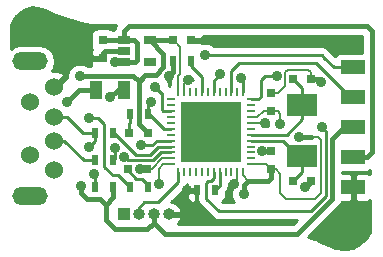
<source format=gtl>
G04 #@! TF.FileFunction,Copper,L1,Top,Signal*
%FSLAX46Y46*%
G04 Gerber Fmt 4.6, Leading zero omitted, Abs format (unit mm)*
G04 Created by KiCad (PCBNEW 4.0.2-stable) date 6/30/2017 10:51:31 AM*
%MOMM*%
G01*
G04 APERTURE LIST*
%ADD10C,0.150000*%
%ADD11R,0.750000X0.800000*%
%ADD12R,0.800000X0.750000*%
%ADD13R,0.800000X0.800000*%
%ADD14R,1.050000X1.600000*%
%ADD15R,1.000000X1.000000*%
%ADD16O,1.000000X1.000000*%
%ADD17R,2.000000X1.200000*%
%ADD18R,0.500000X0.900000*%
%ADD19R,1.060000X0.650000*%
%ADD20R,2.600000X1.900000*%
%ADD21C,1.524000*%
%ADD22O,3.000000X1.500000*%
%ADD23C,1.200000*%
%ADD24C,1.250000*%
%ADD25R,0.700000X0.250000*%
%ADD26R,0.250000X0.700000*%
%ADD27R,5.100000X5.100000*%
%ADD28C,0.889000*%
%ADD29C,0.400000*%
%ADD30C,0.200000*%
%ADD31C,0.254000*%
G04 APERTURE END LIST*
D10*
D11*
X189738000Y-127393000D03*
X189738000Y-128893000D03*
D12*
X195719000Y-127381000D03*
X197219000Y-127381000D03*
X205879000Y-139319000D03*
X207379000Y-139319000D03*
X205879000Y-130683000D03*
X207379000Y-130683000D03*
D11*
X203962000Y-131838000D03*
X203962000Y-133338000D03*
X203962000Y-136791000D03*
X203962000Y-138291000D03*
D13*
X191859000Y-138303000D03*
X193459000Y-138303000D03*
X193586000Y-135255000D03*
X191986000Y-135255000D03*
D14*
X189198000Y-131572000D03*
X191548000Y-131572000D03*
D15*
X191516000Y-142113000D03*
D16*
X192786000Y-142113000D03*
X194056000Y-142113000D03*
X195326000Y-142113000D03*
D17*
X210947000Y-129675000D03*
X210947000Y-132215000D03*
X210947000Y-134755000D03*
X210947000Y-137295000D03*
X210947000Y-139835000D03*
D18*
X193536000Y-133604000D03*
X192036000Y-133604000D03*
X192036000Y-139827000D03*
X193536000Y-139827000D03*
X199251000Y-140081000D03*
X197751000Y-140081000D03*
X197219000Y-129159000D03*
X195719000Y-129159000D03*
X190615000Y-137541000D03*
X189115000Y-137541000D03*
X190615000Y-135255000D03*
X189115000Y-135255000D03*
X190615000Y-139827000D03*
X189115000Y-139827000D03*
D19*
X191559000Y-127320000D03*
X191559000Y-128270000D03*
X191559000Y-129220000D03*
X193759000Y-129220000D03*
X193759000Y-127320000D03*
D20*
X206629000Y-132851000D03*
X206629000Y-137151000D03*
D21*
X185650000Y-133875000D03*
X185650000Y-135875000D03*
X185650000Y-131375000D03*
X185650000Y-138375000D03*
X183550000Y-132625000D03*
X183550000Y-137125000D03*
D22*
X183550000Y-129175000D03*
X183550000Y-140575000D03*
D23*
X200152000Y-133985000D03*
X198882000Y-133985000D03*
X197612000Y-133985000D03*
D24*
X197612000Y-136398000D03*
D23*
X198882000Y-136398000D03*
X200152000Y-136398000D03*
X200152000Y-135128000D03*
X197612000Y-135128000D03*
D25*
X202282000Y-137878000D03*
X202282000Y-137378000D03*
X202282000Y-136878000D03*
X202282000Y-136378000D03*
X202282000Y-135878000D03*
X202282000Y-135378000D03*
X202282000Y-134878000D03*
X202282000Y-134378000D03*
X202282000Y-133878000D03*
X202282000Y-133378000D03*
X202282000Y-132878000D03*
X202282000Y-132378000D03*
D26*
X201632000Y-131728000D03*
X201132000Y-131728000D03*
X200632000Y-131728000D03*
X200132000Y-131728000D03*
X199632000Y-131728000D03*
X199132000Y-131728000D03*
X198632000Y-131728000D03*
X198132000Y-131728000D03*
X197632000Y-131728000D03*
X197132000Y-131728000D03*
X196632000Y-131728000D03*
X196132000Y-131728000D03*
D25*
X195482000Y-132378000D03*
X195482000Y-132878000D03*
X195482000Y-133378000D03*
X195482000Y-133878000D03*
X195482000Y-134378000D03*
X195482000Y-134878000D03*
X195482000Y-135378000D03*
X195482000Y-135878000D03*
X195482000Y-136378000D03*
X195482000Y-136878000D03*
X195482000Y-137378000D03*
X195482000Y-137878000D03*
D26*
X196132000Y-138528000D03*
X196632000Y-138528000D03*
X197132000Y-138528000D03*
X197632000Y-138528000D03*
X198132000Y-138528000D03*
X198632000Y-138528000D03*
X199132000Y-138528000D03*
X199632000Y-138528000D03*
X200132000Y-138528000D03*
X200632000Y-138528000D03*
X201132000Y-138528000D03*
X201632000Y-138528000D03*
D27*
X198882000Y-135128000D03*
D23*
X198882000Y-135128000D03*
D28*
X190737502Y-129222500D03*
X190373000Y-132207000D03*
X195326000Y-130429000D03*
X188087000Y-128841500D03*
X203454000Y-134366000D03*
X200850500Y-139509500D03*
X210629500Y-142875000D03*
X196950980Y-130717380D03*
X199961500Y-127381000D03*
X208216500Y-130873500D03*
X206888966Y-139827980D03*
X203256502Y-136779000D03*
X192883502Y-138303000D03*
X196913500Y-140081000D03*
X187833000Y-130429000D03*
X187900000Y-139700000D03*
X194500500Y-139573000D03*
X206375000Y-135576498D03*
X204787500Y-134493000D03*
X201676000Y-140398500D03*
X186690000Y-132588000D03*
X191579500Y-137258498D03*
X204470000Y-130429000D03*
X201422000Y-130556000D03*
X208280000Y-134747000D03*
X199654141Y-130267684D03*
X188595000Y-136398000D03*
X188976000Y-138684000D03*
X198374000Y-128651000D03*
X194183000Y-131318000D03*
X193802000Y-132588000D03*
X188595000Y-133985000D03*
X190754000Y-136525000D03*
X192944945Y-136252736D03*
D29*
X190740002Y-129220000D02*
X190737502Y-129222500D01*
X191559000Y-129220000D02*
X190740002Y-129220000D01*
X191008000Y-131572000D02*
X191548000Y-131572000D01*
X190373000Y-132207000D02*
X191008000Y-131572000D01*
X210947000Y-137295000D02*
X212082000Y-137295000D01*
X212534500Y-126555500D02*
X212534500Y-136842500D01*
X212153500Y-126174500D02*
X212534500Y-126555500D01*
X191979500Y-126174500D02*
X212153500Y-126174500D01*
X191559000Y-126595000D02*
X191979500Y-126174500D01*
X191559000Y-126595000D02*
X191559000Y-127320000D01*
X212082000Y-137295000D02*
X212534500Y-136842500D01*
X191559000Y-127320000D02*
X192344000Y-127320000D01*
X192471000Y-129220000D02*
X191559000Y-129220000D01*
X192659000Y-129032000D02*
X192471000Y-129220000D01*
X192659000Y-127635000D02*
X192659000Y-129032000D01*
X192344000Y-127320000D02*
X192659000Y-127635000D01*
X189738000Y-127393000D02*
X191486000Y-127393000D01*
X191486000Y-127393000D02*
X191559000Y-127320000D01*
X195719000Y-129159000D02*
X195719000Y-130036000D01*
X195719000Y-130036000D02*
X195326000Y-130429000D01*
X188138500Y-128893000D02*
X188087000Y-128841500D01*
X188138500Y-128893000D02*
X189738000Y-128893000D01*
D30*
X202282000Y-134378000D02*
X203442000Y-134378000D01*
X203442000Y-134378000D02*
X203454000Y-134366000D01*
X201132000Y-138528000D02*
X201132000Y-139228000D01*
X201132000Y-139228000D02*
X200850500Y-139509500D01*
X195482000Y-137378000D02*
X194932000Y-137378000D01*
X193871300Y-138303000D02*
X193459000Y-138303000D01*
X193871300Y-138303000D02*
X194796300Y-137378000D01*
X194796300Y-137378000D02*
X194932000Y-137378000D01*
D29*
X197219000Y-127381000D02*
X199961500Y-127381000D01*
D30*
X196632000Y-131036360D02*
X196632000Y-131728000D01*
X196632000Y-131036360D02*
X196950980Y-130717380D01*
D29*
X207379000Y-130683000D02*
X208026000Y-130683000D01*
X208026000Y-130683000D02*
X208216500Y-130873500D01*
X189738000Y-128460500D02*
X189928500Y-128270000D01*
X189928500Y-128270000D02*
X190500000Y-128270000D01*
X189738000Y-128893000D02*
X189738000Y-128460500D01*
D30*
X207379000Y-130683000D02*
X207593850Y-130683000D01*
D29*
X207333465Y-139383481D02*
X206888966Y-139827980D01*
X207379000Y-139337946D02*
X207333465Y-139383481D01*
X207379000Y-139319000D02*
X207379000Y-139337946D01*
D30*
X205198999Y-131224001D02*
X204585000Y-131838000D01*
X204585000Y-131838000D02*
X203962000Y-131838000D01*
X205422500Y-129857500D02*
X205198999Y-130081001D01*
X205198999Y-130081001D02*
X205198999Y-131224001D01*
X207128500Y-129857500D02*
X205422500Y-129857500D01*
X207379000Y-130108000D02*
X207128500Y-129857500D01*
X207379000Y-130683000D02*
X207379000Y-130108000D01*
X197219000Y-127381000D02*
X197358000Y-127381000D01*
X203962000Y-131863000D02*
X203962000Y-131838000D01*
D29*
X203962000Y-136791000D02*
X203268502Y-136791000D01*
X203268502Y-136791000D02*
X203256502Y-136779000D01*
X193459000Y-138303000D02*
X192883502Y-138303000D01*
X197751000Y-140081000D02*
X196913500Y-140081000D01*
X190500000Y-128270000D02*
X191559000Y-128270000D01*
X187896500Y-130365500D02*
X188087000Y-130365500D01*
X187833000Y-130429000D02*
X187896500Y-130365500D01*
X188087000Y-130365500D02*
X189801500Y-130365500D01*
X189484000Y-140779500D02*
X188404500Y-140779500D01*
X189992000Y-141287500D02*
X189484000Y-140779500D01*
X189992000Y-141300000D02*
X189992000Y-141287500D01*
X187900000Y-140275000D02*
X187900000Y-139700000D01*
X188404500Y-140779500D02*
X187900000Y-140275000D01*
D30*
X202282000Y-133878000D02*
X202832000Y-133878000D01*
X203387000Y-133338000D02*
X203962000Y-133338000D01*
X203372000Y-133338000D02*
X203387000Y-133338000D01*
X202832000Y-133878000D02*
X203372000Y-133338000D01*
X196132000Y-131728000D02*
X196132000Y-130402168D01*
X196319000Y-130215168D02*
X196319000Y-127956000D01*
X196132000Y-130402168D02*
X196319000Y-130215168D01*
X196319000Y-127956000D02*
X195744000Y-127381000D01*
X195482000Y-137878000D02*
X194862000Y-137878000D01*
X194862000Y-137878000D02*
X194500500Y-138239500D01*
X194500500Y-138239500D02*
X194500500Y-139573000D01*
D29*
X210947000Y-134755000D02*
X210145000Y-134755000D01*
X210145000Y-134755000D02*
X209188011Y-135711989D01*
X206212936Y-143772606D02*
X209188011Y-140797531D01*
X195008500Y-143772606D02*
X206212936Y-143772606D01*
X209188011Y-140797531D02*
X209188011Y-137541000D01*
X194056000Y-142820106D02*
X195008500Y-143772606D01*
X209188011Y-137541000D02*
X209188011Y-137036610D01*
X209188011Y-135711989D02*
X209188011Y-137036610D01*
D30*
X203962000Y-133338000D02*
X204537000Y-133338000D01*
X204787500Y-133588500D02*
X204787500Y-134493000D01*
D29*
X206375000Y-135576498D02*
X207391000Y-135576498D01*
D30*
X204537000Y-133338000D02*
X204787500Y-133588500D01*
X201632000Y-138528000D02*
X201632000Y-138830500D01*
X201632000Y-138830500D02*
X202057000Y-139255500D01*
D29*
X202057000Y-139255500D02*
X202565000Y-139255500D01*
X201676000Y-139636500D02*
X202057000Y-139255500D01*
X201676000Y-140398500D02*
X201676000Y-139636500D01*
D30*
X208216500Y-136088496D02*
X208216500Y-135826500D01*
X208216500Y-135826500D02*
X207962500Y-135572500D01*
X207962500Y-135572500D02*
X207391000Y-135572500D01*
X207391000Y-135572500D02*
X207391000Y-135576498D01*
X203962000Y-138291000D02*
X204394500Y-138291000D01*
X208216500Y-140271500D02*
X208216500Y-136088496D01*
X207708500Y-140779500D02*
X208216500Y-140271500D01*
X205232000Y-140779500D02*
X207708500Y-140779500D01*
X204787500Y-140335000D02*
X205232000Y-140779500D01*
X204787500Y-138684000D02*
X204787500Y-140335000D01*
X204394500Y-138291000D02*
X204787500Y-138684000D01*
D29*
X193759000Y-127320000D02*
X193759000Y-127401500D01*
X193759000Y-127401500D02*
X194881500Y-128524000D01*
X193357500Y-130302000D02*
X192786000Y-130873500D01*
X194246500Y-130302000D02*
X193357500Y-130302000D01*
X194881500Y-129667000D02*
X194246500Y-130302000D01*
X194881500Y-128524000D02*
X194881500Y-129667000D01*
X189801500Y-130365500D02*
X192341500Y-130365500D01*
X192786000Y-130810000D02*
X192786000Y-130873500D01*
X192341500Y-130365500D02*
X192786000Y-130810000D01*
X192786000Y-134455000D02*
X192786000Y-131732002D01*
X192786000Y-134455000D02*
X193586000Y-135255000D01*
X192786000Y-130873500D02*
X192786000Y-131732002D01*
X207391000Y-135576498D02*
X207260002Y-135576498D01*
X210685000Y-134493000D02*
X210947000Y-134755000D01*
X203708000Y-139255500D02*
X202565000Y-139255500D01*
X203962000Y-139001500D02*
X203962000Y-138291000D01*
X203708000Y-139255500D02*
X203962000Y-139001500D01*
X189992000Y-141300000D02*
X189992000Y-142621000D01*
X189992000Y-142621000D02*
X190754000Y-143383000D01*
X193493106Y-143383000D02*
X194056000Y-142820106D01*
X190754000Y-143383000D02*
X193493106Y-143383000D01*
D30*
X195744000Y-127381000D02*
X195719000Y-127381000D01*
X202282000Y-137878000D02*
X203549000Y-137878000D01*
X203549000Y-137878000D02*
X203962000Y-138291000D01*
D29*
X190615000Y-139827000D02*
X190615000Y-140677000D01*
X190615000Y-140677000D02*
X189992000Y-141300000D01*
X194056000Y-142820106D02*
X194056000Y-142113000D01*
X193759000Y-127320000D02*
X195658000Y-127320000D01*
X195658000Y-127320000D02*
X195719000Y-127381000D01*
X188395498Y-130365500D02*
X189801500Y-130365500D01*
D31*
X202282000Y-135878000D02*
X205006000Y-135878000D01*
X205006000Y-135878000D02*
X206279000Y-137151000D01*
X206279000Y-137151000D02*
X206629000Y-137151000D01*
X206629000Y-137151000D02*
X206629000Y-138569000D01*
X206629000Y-138569000D02*
X205879000Y-139319000D01*
X206629000Y-132851000D02*
X206629000Y-131433000D01*
X206629000Y-131433000D02*
X205879000Y-130683000D01*
X202282000Y-135378000D02*
X205306000Y-135378000D01*
X205306000Y-135378000D02*
X206629000Y-134055000D01*
X206629000Y-134055000D02*
X206629000Y-132851000D01*
X193536000Y-139627000D02*
X193536000Y-139827000D01*
X193032000Y-139123000D02*
X193536000Y-139627000D01*
X192591278Y-139123000D02*
X193032000Y-139123000D01*
X191859000Y-138390722D02*
X192591278Y-139123000D01*
X191859000Y-138303000D02*
X191859000Y-138390722D01*
X192081000Y-138303000D02*
X191859000Y-138303000D01*
X191986000Y-135255000D02*
X191986000Y-134404000D01*
X192036000Y-134354000D02*
X192036000Y-133604000D01*
X191986000Y-134404000D02*
X192036000Y-134354000D01*
D29*
X189198000Y-131572000D02*
X187706000Y-131572000D01*
X187706000Y-131572000D02*
X186690000Y-132588000D01*
D31*
X195482000Y-136878000D02*
X194692416Y-136878000D01*
X194692416Y-136878000D02*
X194029416Y-137541000D01*
X194029416Y-137541000D02*
X191862002Y-137541000D01*
X191862002Y-137541000D02*
X191579500Y-137258498D01*
X196132000Y-138528000D02*
X196132000Y-139402000D01*
X196132000Y-139402000D02*
X194427498Y-141106502D01*
X194427498Y-141106502D02*
X193220998Y-141106502D01*
X192786000Y-141541500D02*
X193220998Y-141106502D01*
X192786000Y-141541500D02*
X192786000Y-142113000D01*
X203100000Y-131572000D02*
X203100000Y-130783000D01*
X203454000Y-130429000D02*
X204470000Y-130429000D01*
X203100000Y-130783000D02*
X203454000Y-130429000D01*
X202282000Y-132378000D02*
X202872000Y-132378000D01*
X202872000Y-132378000D02*
X203100000Y-132150000D01*
X203100000Y-132150000D02*
X203100000Y-131572000D01*
X201632000Y-131171500D02*
X201632000Y-131728000D01*
X201632000Y-130766000D02*
X201632000Y-131171500D01*
X201422000Y-130556000D02*
X201632000Y-130766000D01*
X208661000Y-136823980D02*
X208661000Y-135128000D01*
X208661000Y-135128000D02*
X208280000Y-134747000D01*
X198501000Y-139890500D02*
X198501000Y-139446000D01*
X198501000Y-139446000D02*
X198628000Y-139319000D01*
X199132000Y-138528000D02*
X199132000Y-139069000D01*
X207728016Y-141540517D02*
X207728016Y-141540511D01*
X207409533Y-141859000D02*
X207728016Y-141540517D01*
X199580500Y-141859000D02*
X207409533Y-141859000D01*
X198501000Y-140779500D02*
X199580500Y-141859000D01*
X198501000Y-139890500D02*
X198501000Y-140779500D01*
X198628000Y-139319000D02*
X198501000Y-139446000D01*
X198882000Y-139319000D02*
X198628000Y-139319000D01*
X199132000Y-139069000D02*
X198882000Y-139319000D01*
X207728016Y-141540511D02*
X207728010Y-141540511D01*
X207728010Y-141540511D02*
X208661000Y-140607521D01*
X208661000Y-140607521D02*
X208661000Y-136823980D01*
X199132000Y-131728000D02*
X199132000Y-130789825D01*
X199132000Y-130789825D02*
X199654141Y-130267684D01*
X189115000Y-135255000D02*
X188080000Y-135255000D01*
X186700000Y-133875000D02*
X185650000Y-133875000D01*
X188080000Y-135255000D02*
X186700000Y-133875000D01*
X189115000Y-135255000D02*
X189115000Y-135878000D01*
X189115000Y-135878000D02*
X188595000Y-136398000D01*
X189115000Y-139827000D02*
X189115000Y-138823000D01*
X189115000Y-138823000D02*
X188976000Y-138684000D01*
X189115000Y-137541000D02*
X188116000Y-137541000D01*
X186450000Y-135875000D02*
X185650000Y-135875000D01*
X188116000Y-137541000D02*
X186450000Y-135875000D01*
X194754499Y-131826000D02*
X194691000Y-131826000D01*
X194691000Y-131826000D02*
X194183000Y-131318000D01*
X195482000Y-133378000D02*
X194878000Y-133378000D01*
X194754499Y-131825999D02*
X194754499Y-131826000D01*
X194754499Y-131826000D02*
X194754499Y-133254499D01*
X194754499Y-133254499D02*
X194878000Y-133378000D01*
X198374000Y-128651000D02*
X208280000Y-128651000D01*
X208280000Y-128651000D02*
X208470500Y-128841500D01*
X209304000Y-129675000D02*
X210947000Y-129675000D01*
X209304000Y-129675000D02*
X208470500Y-128841500D01*
X198564500Y-128460500D02*
X198374000Y-128651000D01*
X200632000Y-131728000D02*
X200632000Y-129949000D01*
X207772000Y-129286000D02*
X201295000Y-129286000D01*
X201295000Y-129286000D02*
X200632000Y-129949000D01*
X207772000Y-129286000D02*
X210701000Y-132215000D01*
X210947000Y-132215000D02*
X210701000Y-132215000D01*
X210947000Y-132215000D02*
X210245177Y-132215000D01*
X189865000Y-134747000D02*
X189865000Y-134493000D01*
X193536000Y-132854000D02*
X193802000Y-132588000D01*
X193536000Y-132854000D02*
X193536000Y-133604000D01*
X189357000Y-133985000D02*
X188595000Y-133985000D01*
X189865000Y-134493000D02*
X189357000Y-133985000D01*
X195482000Y-134878000D02*
X194949000Y-134878000D01*
X194949000Y-134878000D02*
X193675000Y-133604000D01*
X190817500Y-138811000D02*
X191020000Y-138811000D01*
X189865000Y-138079602D02*
X189865000Y-134747000D01*
X189865000Y-134747000D02*
X189865000Y-134716398D01*
X190596398Y-138811000D02*
X189865000Y-138079602D01*
X190817500Y-138811000D02*
X190596398Y-138811000D01*
X191020000Y-138811000D02*
X192036000Y-139827000D01*
X193675000Y-133604000D02*
X193536000Y-133604000D01*
X199251000Y-140081000D02*
X199632000Y-139700000D01*
X199632000Y-139700000D02*
X199632000Y-138528000D01*
X199632000Y-138528000D02*
X199632000Y-139132000D01*
X198132000Y-130504500D02*
X198132000Y-130457000D01*
X198132000Y-130457000D02*
X197219000Y-129544000D01*
X197219000Y-129544000D02*
X197219000Y-129159000D01*
X198132000Y-131728000D02*
X198132000Y-130504500D01*
D30*
X198132000Y-130504500D02*
X198132000Y-130695000D01*
D31*
X195482000Y-135878000D02*
X194307864Y-135878000D01*
X190754000Y-136525000D02*
X190754000Y-137402000D01*
X194307864Y-135878000D02*
X193933128Y-136252736D01*
X193573562Y-136252736D02*
X192944945Y-136252736D01*
X193933128Y-136252736D02*
X193573562Y-136252736D01*
X190754000Y-137402000D02*
X190615000Y-137541000D01*
X195482000Y-136378000D02*
X194449932Y-136378000D01*
X194449932Y-136378000D02*
X193740943Y-137086989D01*
X193740943Y-137086989D02*
X192549815Y-137086989D01*
X192549815Y-137086989D02*
X190717826Y-135255000D01*
X190717826Y-135255000D02*
X190615000Y-135255000D01*
G36*
X212340449Y-138730424D02*
X212306698Y-138696673D01*
X212073309Y-138600000D01*
X211232750Y-138600000D01*
X211074000Y-138758750D01*
X211074000Y-139708000D01*
X211094000Y-139708000D01*
X211094000Y-139962000D01*
X211074000Y-139962000D01*
X211074000Y-140911250D01*
X211232750Y-141070000D01*
X212073309Y-141070000D01*
X212306698Y-140973327D01*
X212340206Y-140939819D01*
X212339915Y-143578028D01*
X212143258Y-143999794D01*
X211797474Y-144415665D01*
X211366609Y-144735083D01*
X210894630Y-144941112D01*
X210259553Y-145085349D01*
X209434588Y-144944775D01*
X208672896Y-144619779D01*
X208668673Y-144618892D01*
X208665081Y-144616506D01*
X207992183Y-144339867D01*
X207957494Y-144333062D01*
X207926087Y-144316832D01*
X207090440Y-144075970D01*
X209778445Y-141387965D01*
X209823734Y-141320185D01*
X209959450Y-141117072D01*
X209968813Y-141070000D01*
X210661250Y-141070000D01*
X210820000Y-140911250D01*
X210820000Y-139962000D01*
X210800000Y-139962000D01*
X210800000Y-139708000D01*
X210820000Y-139708000D01*
X210820000Y-138758750D01*
X210661250Y-138600000D01*
X210023011Y-138600000D01*
X210023011Y-138542440D01*
X211947000Y-138542440D01*
X212182317Y-138498162D01*
X212340486Y-138396383D01*
X212340449Y-138730424D01*
X212340449Y-138730424D01*
G37*
X212340449Y-138730424D02*
X212306698Y-138696673D01*
X212073309Y-138600000D01*
X211232750Y-138600000D01*
X211074000Y-138758750D01*
X211074000Y-139708000D01*
X211094000Y-139708000D01*
X211094000Y-139962000D01*
X211074000Y-139962000D01*
X211074000Y-140911250D01*
X211232750Y-141070000D01*
X212073309Y-141070000D01*
X212306698Y-140973327D01*
X212340206Y-140939819D01*
X212339915Y-143578028D01*
X212143258Y-143999794D01*
X211797474Y-144415665D01*
X211366609Y-144735083D01*
X210894630Y-144941112D01*
X210259553Y-145085349D01*
X209434588Y-144944775D01*
X208672896Y-144619779D01*
X208668673Y-144618892D01*
X208665081Y-144616506D01*
X207992183Y-144339867D01*
X207957494Y-144333062D01*
X207926087Y-144316832D01*
X207090440Y-144075970D01*
X209778445Y-141387965D01*
X209823734Y-141320185D01*
X209959450Y-141117072D01*
X209968813Y-141070000D01*
X210661250Y-141070000D01*
X210820000Y-140911250D01*
X210820000Y-139962000D01*
X210800000Y-139962000D01*
X210800000Y-139708000D01*
X210820000Y-139708000D01*
X210820000Y-138758750D01*
X210661250Y-138600000D01*
X210023011Y-138600000D01*
X210023011Y-138542440D01*
X211947000Y-138542440D01*
X212182317Y-138498162D01*
X212340486Y-138396383D01*
X212340449Y-138730424D01*
G36*
X196866000Y-139795250D02*
X197024750Y-139954000D01*
X197626000Y-139954000D01*
X197626000Y-139934000D01*
X197739000Y-139934000D01*
X197739000Y-140779500D01*
X197797004Y-141071105D01*
X197905513Y-141233500D01*
X197962185Y-141318315D01*
X199041685Y-142397816D01*
X199288896Y-142562997D01*
X199580500Y-142621000D01*
X206183674Y-142621000D01*
X205867068Y-142937606D01*
X196074322Y-142937606D01*
X196221323Y-142810604D01*
X196420132Y-142414877D01*
X196295135Y-142240000D01*
X195453000Y-142240000D01*
X195453000Y-142260000D01*
X195199000Y-142260000D01*
X195199000Y-142240000D01*
X195179000Y-142240000D01*
X195179000Y-142195564D01*
X195191000Y-142135236D01*
X195191000Y-142090764D01*
X195179000Y-142030436D01*
X195179000Y-141986000D01*
X195199000Y-141986000D01*
X195199000Y-141966000D01*
X195453000Y-141966000D01*
X195453000Y-141986000D01*
X196295135Y-141986000D01*
X196420132Y-141811123D01*
X196221323Y-141415396D01*
X195886209Y-141125873D01*
X195627874Y-141018881D01*
X195501769Y-141109861D01*
X196244880Y-140366750D01*
X196866000Y-140366750D01*
X196866000Y-140657310D01*
X196962673Y-140890699D01*
X197141302Y-141069327D01*
X197374691Y-141166000D01*
X197467250Y-141166000D01*
X197626000Y-141007250D01*
X197626000Y-140208000D01*
X197024750Y-140208000D01*
X196866000Y-140366750D01*
X196244880Y-140366750D01*
X196670815Y-139940815D01*
X196702096Y-139894000D01*
X196835996Y-139693605D01*
X196866000Y-139542765D01*
X196866000Y-139795250D01*
X196866000Y-139795250D01*
G37*
X196866000Y-139795250D02*
X197024750Y-139954000D01*
X197626000Y-139954000D01*
X197626000Y-139934000D01*
X197739000Y-139934000D01*
X197739000Y-140779500D01*
X197797004Y-141071105D01*
X197905513Y-141233500D01*
X197962185Y-141318315D01*
X199041685Y-142397816D01*
X199288896Y-142562997D01*
X199580500Y-142621000D01*
X206183674Y-142621000D01*
X205867068Y-142937606D01*
X196074322Y-142937606D01*
X196221323Y-142810604D01*
X196420132Y-142414877D01*
X196295135Y-142240000D01*
X195453000Y-142240000D01*
X195453000Y-142260000D01*
X195199000Y-142260000D01*
X195199000Y-142240000D01*
X195179000Y-142240000D01*
X195179000Y-142195564D01*
X195191000Y-142135236D01*
X195191000Y-142090764D01*
X195179000Y-142030436D01*
X195179000Y-141986000D01*
X195199000Y-141986000D01*
X195199000Y-141966000D01*
X195453000Y-141966000D01*
X195453000Y-141986000D01*
X196295135Y-141986000D01*
X196420132Y-141811123D01*
X196221323Y-141415396D01*
X195886209Y-141125873D01*
X195627874Y-141018881D01*
X195501769Y-141109861D01*
X196244880Y-140366750D01*
X196866000Y-140366750D01*
X196866000Y-140657310D01*
X196962673Y-140890699D01*
X197141302Y-141069327D01*
X197374691Y-141166000D01*
X197467250Y-141166000D01*
X197626000Y-141007250D01*
X197626000Y-140208000D01*
X197024750Y-140208000D01*
X196866000Y-140366750D01*
X196244880Y-140366750D01*
X196670815Y-139940815D01*
X196702096Y-139894000D01*
X196835996Y-139693605D01*
X196866000Y-139542765D01*
X196866000Y-139795250D01*
G36*
X200507000Y-139525440D02*
X200757000Y-139525440D01*
X200862705Y-139505550D01*
X200866717Y-139507212D01*
X200841000Y-139636500D01*
X200841000Y-139706731D01*
X200761378Y-139786214D01*
X200596687Y-140182832D01*
X200596313Y-140612284D01*
X200760311Y-141009189D01*
X200847969Y-141097000D01*
X199896131Y-141097000D01*
X199856170Y-141057039D01*
X199952441Y-140995090D01*
X200097431Y-140782890D01*
X200148440Y-140531000D01*
X200148440Y-140261191D01*
X200170815Y-140238816D01*
X200335996Y-139991605D01*
X200348386Y-139929317D01*
X200394000Y-139700000D01*
X200394000Y-139502557D01*
X200507000Y-139525440D01*
X200507000Y-139525440D01*
G37*
X200507000Y-139525440D02*
X200757000Y-139525440D01*
X200862705Y-139505550D01*
X200866717Y-139507212D01*
X200841000Y-139636500D01*
X200841000Y-139706731D01*
X200761378Y-139786214D01*
X200596687Y-140182832D01*
X200596313Y-140612284D01*
X200760311Y-141009189D01*
X200847969Y-141097000D01*
X199896131Y-141097000D01*
X199856170Y-141057039D01*
X199952441Y-140995090D01*
X200097431Y-140782890D01*
X200148440Y-140531000D01*
X200148440Y-140261191D01*
X200170815Y-140238816D01*
X200335996Y-139991605D01*
X200348386Y-139929317D01*
X200394000Y-139700000D01*
X200394000Y-139502557D01*
X200507000Y-139525440D01*
G36*
X207481500Y-139466000D02*
X207252000Y-139466000D01*
X207252000Y-139446000D01*
X207232000Y-139446000D01*
X207232000Y-139192000D01*
X207252000Y-139192000D01*
X207252000Y-139172000D01*
X207481500Y-139172000D01*
X207481500Y-139466000D01*
X207481500Y-139466000D01*
G37*
X207481500Y-139466000D02*
X207252000Y-139466000D01*
X207252000Y-139446000D01*
X207232000Y-139446000D01*
X207232000Y-139192000D01*
X207252000Y-139192000D01*
X207252000Y-139172000D01*
X207481500Y-139172000D01*
X207481500Y-139466000D01*
G36*
X193606000Y-138430000D02*
X193586000Y-138430000D01*
X193586000Y-138450000D01*
X193369994Y-138450000D01*
X193323605Y-138419004D01*
X193312000Y-138416696D01*
X193312000Y-138303000D01*
X193606000Y-138303000D01*
X193606000Y-138430000D01*
X193606000Y-138430000D01*
G37*
X193606000Y-138430000D02*
X193586000Y-138430000D01*
X193586000Y-138450000D01*
X193369994Y-138450000D01*
X193323605Y-138419004D01*
X193312000Y-138416696D01*
X193312000Y-138303000D01*
X193606000Y-138303000D01*
X193606000Y-138430000D01*
G36*
X204089000Y-136664000D02*
X204109000Y-136664000D01*
X204109000Y-136918000D01*
X204089000Y-136918000D01*
X204089000Y-136938000D01*
X203835000Y-136938000D01*
X203835000Y-136918000D01*
X203815000Y-136918000D01*
X203815000Y-136664000D01*
X203835000Y-136664000D01*
X203835000Y-136644000D01*
X204089000Y-136644000D01*
X204089000Y-136664000D01*
X204089000Y-136664000D01*
G37*
X204089000Y-136664000D02*
X204109000Y-136664000D01*
X204109000Y-136918000D01*
X204089000Y-136918000D01*
X204089000Y-136938000D01*
X203835000Y-136938000D01*
X203835000Y-136918000D01*
X203815000Y-136918000D01*
X203815000Y-136664000D01*
X203835000Y-136664000D01*
X203835000Y-136644000D01*
X204089000Y-136644000D01*
X204089000Y-136664000D01*
G36*
X203587000Y-134385440D02*
X203708093Y-134385440D01*
X203707892Y-134616000D01*
X203267000Y-134616000D01*
X203267000Y-134599250D01*
X203246688Y-134578938D01*
X203235162Y-134517683D01*
X203227002Y-134505002D01*
X203267000Y-134505002D01*
X203267000Y-134454333D01*
X203351723Y-134397723D01*
X203401559Y-134347887D01*
X203587000Y-134385440D01*
X203587000Y-134385440D01*
G37*
X203587000Y-134385440D02*
X203708093Y-134385440D01*
X203707892Y-134616000D01*
X203267000Y-134616000D01*
X203267000Y-134599250D01*
X203246688Y-134578938D01*
X203235162Y-134517683D01*
X203227002Y-134505002D01*
X203267000Y-134505002D01*
X203267000Y-134454333D01*
X203351723Y-134397723D01*
X203401559Y-134347887D01*
X203587000Y-134385440D01*
G36*
X204089000Y-131711000D02*
X204109000Y-131711000D01*
X204109000Y-131965000D01*
X204089000Y-131965000D01*
X204089000Y-131985000D01*
X203862000Y-131985000D01*
X203862000Y-131691000D01*
X204089000Y-131691000D01*
X204089000Y-131711000D01*
X204089000Y-131711000D01*
G37*
X204089000Y-131711000D02*
X204109000Y-131711000D01*
X204109000Y-131965000D01*
X204089000Y-131965000D01*
X204089000Y-131985000D01*
X203862000Y-131985000D01*
X203862000Y-131691000D01*
X204089000Y-131691000D01*
X204089000Y-131711000D01*
G36*
X184208892Y-124616073D02*
X184814743Y-124810132D01*
X185368348Y-125053889D01*
X185377710Y-125055967D01*
X185385722Y-125061235D01*
X185978325Y-125301572D01*
X185994685Y-125304700D01*
X186009054Y-125313126D01*
X186322092Y-125421747D01*
X186322773Y-125421841D01*
X186323367Y-125422188D01*
X186535502Y-125495296D01*
X186536007Y-125495365D01*
X186536444Y-125495619D01*
X186605503Y-125519299D01*
X186605939Y-125519358D01*
X186606321Y-125519579D01*
X186668848Y-125540925D01*
X186669146Y-125540965D01*
X186669404Y-125541114D01*
X186703099Y-125552582D01*
X186703100Y-125552583D01*
X186735177Y-125563503D01*
X186735745Y-125563578D01*
X186736239Y-125563863D01*
X186769998Y-125575290D01*
X186769999Y-125575290D01*
X186801987Y-125586122D01*
X186802881Y-125586239D01*
X186803667Y-125586689D01*
X186949349Y-125635571D01*
X186950804Y-125635757D01*
X186952079Y-125636480D01*
X187069703Y-125675360D01*
X187073873Y-125675875D01*
X187077554Y-125677899D01*
X187400509Y-125780051D01*
X187409121Y-125781002D01*
X187416820Y-125784972D01*
X187624755Y-125844703D01*
X187638988Y-125845892D01*
X187651958Y-125851874D01*
X187904622Y-125912572D01*
X187921519Y-125913238D01*
X187937222Y-125919511D01*
X188228447Y-125973613D01*
X188245163Y-125973401D01*
X188260985Y-125978795D01*
X188818250Y-126052893D01*
X188835747Y-126051769D01*
X188852628Y-126056523D01*
X189418790Y-126100870D01*
X189436166Y-126098807D01*
X189453218Y-126102631D01*
X190248506Y-126121924D01*
X190265907Y-126118899D01*
X190283324Y-126121821D01*
X190902703Y-126103138D01*
X190787561Y-126275459D01*
X190760115Y-126413438D01*
X190577559Y-126530910D01*
X190572449Y-126538388D01*
X190364890Y-126396569D01*
X190113000Y-126345560D01*
X189363000Y-126345560D01*
X189127683Y-126389838D01*
X188911559Y-126528910D01*
X188766569Y-126741110D01*
X188715560Y-126993000D01*
X188715560Y-127793000D01*
X188759838Y-128028317D01*
X188826329Y-128131646D01*
X188824673Y-128133302D01*
X188728000Y-128366691D01*
X188728000Y-128607250D01*
X188886750Y-128766000D01*
X189611000Y-128766000D01*
X189611000Y-128746000D01*
X189766496Y-128746000D01*
X189658189Y-129006832D01*
X189658160Y-129040000D01*
X189611000Y-129040000D01*
X189611000Y-129020000D01*
X188886750Y-129020000D01*
X188728000Y-129178750D01*
X188728000Y-129419309D01*
X188774057Y-129530500D01*
X188461380Y-129530500D01*
X188445286Y-129514378D01*
X188048668Y-129349687D01*
X187619216Y-129349313D01*
X187222311Y-129513311D01*
X186918378Y-129816714D01*
X186753687Y-130213332D01*
X186753342Y-130609709D01*
X186630213Y-130574392D01*
X185829605Y-131375000D01*
X185843748Y-131389143D01*
X185664143Y-131568748D01*
X185650000Y-131554605D01*
X185635858Y-131568748D01*
X185456253Y-131389143D01*
X185470395Y-131375000D01*
X185456253Y-131360858D01*
X185635858Y-131181253D01*
X185650000Y-131195395D01*
X186450608Y-130394787D01*
X186381143Y-130152603D01*
X185857698Y-129965856D01*
X185432906Y-129987118D01*
X185621400Y-129705017D01*
X185726827Y-129175000D01*
X185621400Y-128644983D01*
X185321170Y-128195657D01*
X184871844Y-127895427D01*
X184341827Y-127790000D01*
X182758173Y-127790000D01*
X182228156Y-127895427D01*
X181939952Y-128087999D01*
X181939944Y-126050897D01*
X182252232Y-125605566D01*
X182429567Y-125363782D01*
X182612494Y-125167825D01*
X182823873Y-124989538D01*
X183053566Y-124839164D01*
X183243563Y-124741517D01*
X183456113Y-124654430D01*
X183739075Y-124571206D01*
X183788569Y-124566632D01*
X184208892Y-124616073D01*
X184208892Y-124616073D01*
G37*
X184208892Y-124616073D02*
X184814743Y-124810132D01*
X185368348Y-125053889D01*
X185377710Y-125055967D01*
X185385722Y-125061235D01*
X185978325Y-125301572D01*
X185994685Y-125304700D01*
X186009054Y-125313126D01*
X186322092Y-125421747D01*
X186322773Y-125421841D01*
X186323367Y-125422188D01*
X186535502Y-125495296D01*
X186536007Y-125495365D01*
X186536444Y-125495619D01*
X186605503Y-125519299D01*
X186605939Y-125519358D01*
X186606321Y-125519579D01*
X186668848Y-125540925D01*
X186669146Y-125540965D01*
X186669404Y-125541114D01*
X186703099Y-125552582D01*
X186703100Y-125552583D01*
X186735177Y-125563503D01*
X186735745Y-125563578D01*
X186736239Y-125563863D01*
X186769998Y-125575290D01*
X186769999Y-125575290D01*
X186801987Y-125586122D01*
X186802881Y-125586239D01*
X186803667Y-125586689D01*
X186949349Y-125635571D01*
X186950804Y-125635757D01*
X186952079Y-125636480D01*
X187069703Y-125675360D01*
X187073873Y-125675875D01*
X187077554Y-125677899D01*
X187400509Y-125780051D01*
X187409121Y-125781002D01*
X187416820Y-125784972D01*
X187624755Y-125844703D01*
X187638988Y-125845892D01*
X187651958Y-125851874D01*
X187904622Y-125912572D01*
X187921519Y-125913238D01*
X187937222Y-125919511D01*
X188228447Y-125973613D01*
X188245163Y-125973401D01*
X188260985Y-125978795D01*
X188818250Y-126052893D01*
X188835747Y-126051769D01*
X188852628Y-126056523D01*
X189418790Y-126100870D01*
X189436166Y-126098807D01*
X189453218Y-126102631D01*
X190248506Y-126121924D01*
X190265907Y-126118899D01*
X190283324Y-126121821D01*
X190902703Y-126103138D01*
X190787561Y-126275459D01*
X190760115Y-126413438D01*
X190577559Y-126530910D01*
X190572449Y-126538388D01*
X190364890Y-126396569D01*
X190113000Y-126345560D01*
X189363000Y-126345560D01*
X189127683Y-126389838D01*
X188911559Y-126528910D01*
X188766569Y-126741110D01*
X188715560Y-126993000D01*
X188715560Y-127793000D01*
X188759838Y-128028317D01*
X188826329Y-128131646D01*
X188824673Y-128133302D01*
X188728000Y-128366691D01*
X188728000Y-128607250D01*
X188886750Y-128766000D01*
X189611000Y-128766000D01*
X189611000Y-128746000D01*
X189766496Y-128746000D01*
X189658189Y-129006832D01*
X189658160Y-129040000D01*
X189611000Y-129040000D01*
X189611000Y-129020000D01*
X188886750Y-129020000D01*
X188728000Y-129178750D01*
X188728000Y-129419309D01*
X188774057Y-129530500D01*
X188461380Y-129530500D01*
X188445286Y-129514378D01*
X188048668Y-129349687D01*
X187619216Y-129349313D01*
X187222311Y-129513311D01*
X186918378Y-129816714D01*
X186753687Y-130213332D01*
X186753342Y-130609709D01*
X186630213Y-130574392D01*
X185829605Y-131375000D01*
X185843748Y-131389143D01*
X185664143Y-131568748D01*
X185650000Y-131554605D01*
X185635858Y-131568748D01*
X185456253Y-131389143D01*
X185470395Y-131375000D01*
X185456253Y-131360858D01*
X185635858Y-131181253D01*
X185650000Y-131195395D01*
X186450608Y-130394787D01*
X186381143Y-130152603D01*
X185857698Y-129965856D01*
X185432906Y-129987118D01*
X185621400Y-129705017D01*
X185726827Y-129175000D01*
X185621400Y-128644983D01*
X185321170Y-128195657D01*
X184871844Y-127895427D01*
X184341827Y-127790000D01*
X182758173Y-127790000D01*
X182228156Y-127895427D01*
X181939952Y-128087999D01*
X181939944Y-126050897D01*
X182252232Y-125605566D01*
X182429567Y-125363782D01*
X182612494Y-125167825D01*
X182823873Y-124989538D01*
X183053566Y-124839164D01*
X183243563Y-124741517D01*
X183456113Y-124654430D01*
X183739075Y-124571206D01*
X183788569Y-124566632D01*
X184208892Y-124616073D01*
G36*
X195397000Y-130402168D02*
X195397000Y-131193116D01*
X195389633Y-131229494D01*
X195389687Y-131167716D01*
X195225689Y-130770811D01*
X195092240Y-130637128D01*
X195414332Y-130315036D01*
X195397000Y-130402168D01*
X195397000Y-130402168D01*
G37*
X195397000Y-130402168D02*
X195397000Y-131193116D01*
X195389633Y-131229494D01*
X195389687Y-131167716D01*
X195225689Y-130770811D01*
X195092240Y-130637128D01*
X195414332Y-130315036D01*
X195397000Y-130402168D01*
G36*
X207506000Y-130556000D02*
X207526000Y-130556000D01*
X207526000Y-130810000D01*
X207506000Y-130810000D01*
X207506000Y-130830000D01*
X207252000Y-130830000D01*
X207252000Y-130810000D01*
X207232000Y-130810000D01*
X207232000Y-130556000D01*
X207252000Y-130556000D01*
X207252000Y-130536000D01*
X207506000Y-130536000D01*
X207506000Y-130556000D01*
X207506000Y-130556000D01*
G37*
X207506000Y-130556000D02*
X207526000Y-130556000D01*
X207526000Y-130810000D01*
X207506000Y-130810000D01*
X207506000Y-130830000D01*
X207252000Y-130830000D01*
X207252000Y-130810000D01*
X207232000Y-130810000D01*
X207232000Y-130556000D01*
X207252000Y-130556000D01*
X207252000Y-130536000D01*
X207506000Y-130536000D01*
X207506000Y-130556000D01*
G36*
X197345941Y-130748571D02*
X197257000Y-130730560D01*
X197007000Y-130730560D01*
X196901295Y-130750450D01*
X196883310Y-130743000D01*
X196867000Y-130743000D01*
X196867000Y-130692573D01*
X196998051Y-130496440D01*
X196999055Y-130491395D01*
X197013939Y-130416569D01*
X197345941Y-130748571D01*
X197345941Y-130748571D01*
G37*
X197345941Y-130748571D02*
X197257000Y-130730560D01*
X197007000Y-130730560D01*
X196901295Y-130750450D01*
X196883310Y-130743000D01*
X196867000Y-130743000D01*
X196867000Y-130692573D01*
X196998051Y-130496440D01*
X196999055Y-130491395D01*
X197013939Y-130416569D01*
X197345941Y-130748571D01*
G36*
X211699500Y-128427560D02*
X209947000Y-128427560D01*
X209711683Y-128471838D01*
X209495559Y-128610910D01*
X209423298Y-128716668D01*
X209009318Y-128302688D01*
X209009316Y-128302685D01*
X208818815Y-128112185D01*
X208809316Y-128105838D01*
X208571605Y-127947004D01*
X208280000Y-127889000D01*
X199138642Y-127889000D01*
X198986286Y-127736378D01*
X198589668Y-127571687D01*
X198160216Y-127571313D01*
X198159046Y-127571796D01*
X198095250Y-127508000D01*
X197346000Y-127508000D01*
X197346000Y-127528000D01*
X197092000Y-127528000D01*
X197092000Y-127508000D01*
X197072000Y-127508000D01*
X197072000Y-127254000D01*
X197092000Y-127254000D01*
X197092000Y-127234000D01*
X197346000Y-127234000D01*
X197346000Y-127254000D01*
X198095250Y-127254000D01*
X198254000Y-127095250D01*
X198254000Y-127009500D01*
X211699500Y-127009500D01*
X211699500Y-128427560D01*
X211699500Y-128427560D01*
G37*
X211699500Y-128427560D02*
X209947000Y-128427560D01*
X209711683Y-128471838D01*
X209495559Y-128610910D01*
X209423298Y-128716668D01*
X209009318Y-128302688D01*
X209009316Y-128302685D01*
X208818815Y-128112185D01*
X208809316Y-128105838D01*
X208571605Y-127947004D01*
X208280000Y-127889000D01*
X199138642Y-127889000D01*
X198986286Y-127736378D01*
X198589668Y-127571687D01*
X198160216Y-127571313D01*
X198159046Y-127571796D01*
X198095250Y-127508000D01*
X197346000Y-127508000D01*
X197346000Y-127528000D01*
X197092000Y-127528000D01*
X197092000Y-127508000D01*
X197072000Y-127508000D01*
X197072000Y-127254000D01*
X197092000Y-127254000D01*
X197092000Y-127234000D01*
X197346000Y-127234000D01*
X197346000Y-127254000D01*
X198095250Y-127254000D01*
X198254000Y-127095250D01*
X198254000Y-127009500D01*
X211699500Y-127009500D01*
X211699500Y-128427560D01*
M02*

</source>
